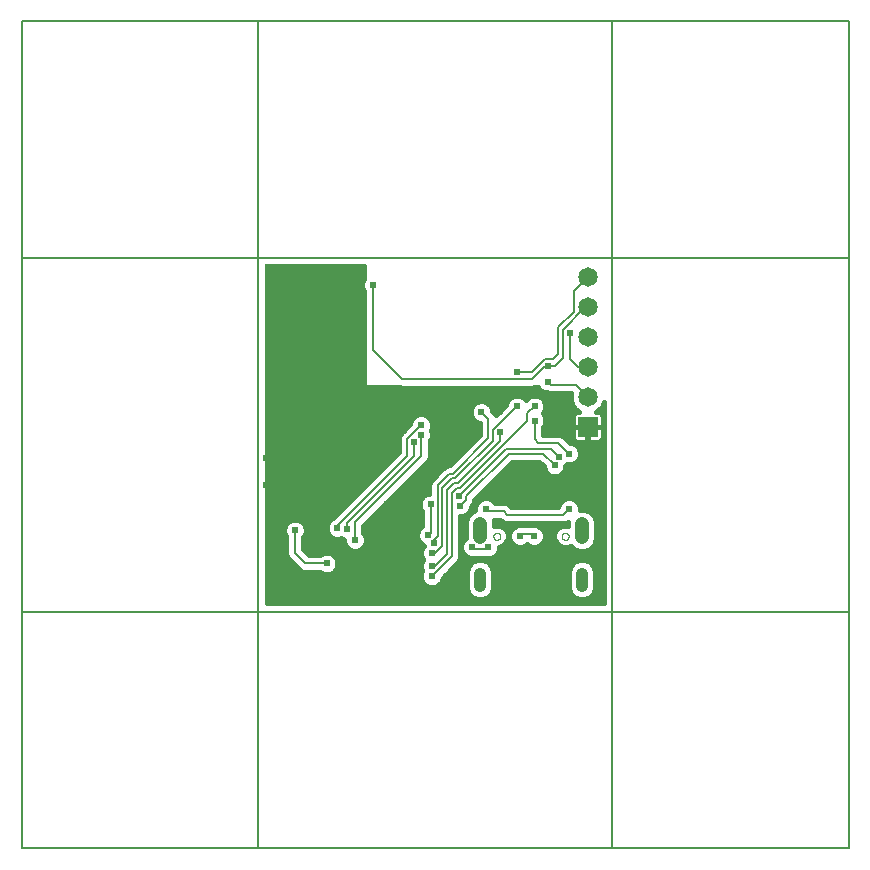
<source format=gbl>
G75*
%MOIN*%
%OFA0B0*%
%FSLAX25Y25*%
%IPPOS*%
%LPD*%
%AMOC8*
5,1,8,0,0,1.08239X$1,22.5*
%
%ADD10C,0.00800*%
%ADD11C,0.00000*%
%ADD12C,0.04528*%
%ADD13C,0.04134*%
%ADD14R,0.06500X0.06500*%
%ADD15C,0.06500*%
%ADD16C,0.01600*%
%ADD17C,0.02381*%
D10*
X0001400Y0001400D02*
X0080140Y0001400D01*
X0080140Y0276991D01*
X0198250Y0276991D01*
X0198250Y0001400D01*
X0080140Y0001400D01*
X0001400Y0001400D02*
X0001400Y0080140D01*
X0276991Y0080140D01*
X0276991Y0001400D01*
X0198250Y0001400D01*
X0276991Y0080140D02*
X0276991Y0198250D01*
X0001400Y0198250D01*
X0001400Y0276991D01*
X0080140Y0276991D01*
X0001400Y0198250D02*
X0001400Y0080140D01*
X0092345Y0099825D02*
X0092345Y0107306D01*
X0092345Y0099825D02*
X0095888Y0096282D01*
X0102975Y0096282D01*
X0112424Y0104156D02*
X0112424Y0110061D01*
X0134471Y0132109D01*
X0134471Y0139195D01*
X0134471Y0142345D02*
X0129746Y0137620D01*
X0129746Y0132109D01*
X0106518Y0108880D01*
X0106518Y0108093D01*
X0109668Y0107699D02*
X0109668Y0109668D01*
X0132109Y0132109D01*
X0132109Y0136833D01*
X0143920Y0126203D02*
X0145101Y0126203D01*
X0156912Y0138014D01*
X0156912Y0144313D01*
X0154550Y0146676D01*
X0158487Y0140770D02*
X0158487Y0137227D01*
X0145888Y0124628D01*
X0144707Y0124628D01*
X0141557Y0121479D01*
X0141557Y0102187D01*
X0139195Y0099825D01*
X0138014Y0099825D01*
X0138802Y0102975D02*
X0138802Y0104156D01*
X0139983Y0105337D01*
X0139983Y0122266D01*
X0143920Y0126203D01*
X0145494Y0123054D02*
X0143132Y0120691D01*
X0143132Y0099431D01*
X0139195Y0095494D01*
X0138014Y0095494D01*
X0138014Y0091951D02*
X0144707Y0098644D01*
X0144707Y0119904D01*
X0146282Y0121479D01*
X0147463Y0121479D01*
X0169904Y0143920D01*
X0169904Y0146282D01*
X0172266Y0148644D01*
X0172266Y0143920D02*
X0172266Y0137620D01*
X0173447Y0136439D01*
X0180140Y0136439D01*
X0183683Y0132896D01*
X0180534Y0131715D02*
X0177778Y0134471D01*
X0162817Y0134471D01*
X0147069Y0118723D01*
X0149431Y0118723D02*
X0163605Y0132896D01*
X0175022Y0132896D01*
X0178959Y0128959D01*
X0183683Y0114392D02*
X0181715Y0112424D01*
X0163211Y0112424D01*
X0162030Y0113605D01*
X0156912Y0113605D01*
X0156124Y0114392D01*
X0149431Y0117542D02*
X0149431Y0118723D01*
X0149431Y0117542D02*
X0147463Y0115573D01*
X0146676Y0123054D02*
X0160849Y0137227D01*
X0160849Y0139983D01*
X0158487Y0140770D02*
X0166361Y0148644D01*
X0171479Y0157699D02*
X0175809Y0162030D01*
X0176597Y0162030D01*
X0178959Y0162030D01*
X0181715Y0164786D01*
X0181715Y0174235D01*
X0189235Y0181754D01*
X0189983Y0181754D01*
X0185258Y0180140D02*
X0185258Y0187030D01*
X0189983Y0191754D01*
X0185258Y0180140D02*
X0180140Y0175022D01*
X0180140Y0165967D01*
X0178565Y0164392D01*
X0175809Y0164392D01*
X0171479Y0160061D01*
X0166361Y0160061D01*
X0171479Y0157699D02*
X0128172Y0157699D01*
X0118329Y0167542D01*
X0118329Y0189195D01*
X0176597Y0156912D02*
X0177778Y0155731D01*
X0186046Y0155731D01*
X0189983Y0151794D01*
X0189983Y0151754D01*
X0189983Y0161754D02*
X0186715Y0161754D01*
X0184077Y0164392D01*
X0184077Y0173054D01*
X0146676Y0123054D02*
X0145494Y0123054D01*
X0137620Y0115967D02*
X0137620Y0106518D01*
X0136833Y0105731D01*
X0151400Y0101794D02*
X0152187Y0101006D01*
X0156124Y0101006D01*
X0156912Y0101794D01*
X0167345Y0105337D02*
X0168132Y0106124D01*
X0171282Y0106124D01*
X0172069Y0105337D01*
X0276991Y0198250D02*
X0276991Y0276991D01*
X0198250Y0276991D01*
D11*
X0181282Y0105337D02*
X0181284Y0105406D01*
X0181290Y0105474D01*
X0181300Y0105542D01*
X0181314Y0105609D01*
X0181332Y0105676D01*
X0181353Y0105741D01*
X0181379Y0105805D01*
X0181408Y0105867D01*
X0181440Y0105927D01*
X0181476Y0105986D01*
X0181516Y0106042D01*
X0181558Y0106096D01*
X0181604Y0106147D01*
X0181653Y0106196D01*
X0181704Y0106242D01*
X0181758Y0106284D01*
X0181814Y0106324D01*
X0181872Y0106360D01*
X0181933Y0106392D01*
X0181995Y0106421D01*
X0182059Y0106447D01*
X0182124Y0106468D01*
X0182191Y0106486D01*
X0182258Y0106500D01*
X0182326Y0106510D01*
X0182394Y0106516D01*
X0182463Y0106518D01*
X0182532Y0106516D01*
X0182600Y0106510D01*
X0182668Y0106500D01*
X0182735Y0106486D01*
X0182802Y0106468D01*
X0182867Y0106447D01*
X0182931Y0106421D01*
X0182993Y0106392D01*
X0183053Y0106360D01*
X0183112Y0106324D01*
X0183168Y0106284D01*
X0183222Y0106242D01*
X0183273Y0106196D01*
X0183322Y0106147D01*
X0183368Y0106096D01*
X0183410Y0106042D01*
X0183450Y0105986D01*
X0183486Y0105927D01*
X0183518Y0105867D01*
X0183547Y0105805D01*
X0183573Y0105741D01*
X0183594Y0105676D01*
X0183612Y0105609D01*
X0183626Y0105542D01*
X0183636Y0105474D01*
X0183642Y0105406D01*
X0183644Y0105337D01*
X0183642Y0105268D01*
X0183636Y0105200D01*
X0183626Y0105132D01*
X0183612Y0105065D01*
X0183594Y0104998D01*
X0183573Y0104933D01*
X0183547Y0104869D01*
X0183518Y0104807D01*
X0183486Y0104746D01*
X0183450Y0104688D01*
X0183410Y0104632D01*
X0183368Y0104578D01*
X0183322Y0104527D01*
X0183273Y0104478D01*
X0183222Y0104432D01*
X0183168Y0104390D01*
X0183112Y0104350D01*
X0183054Y0104314D01*
X0182993Y0104282D01*
X0182931Y0104253D01*
X0182867Y0104227D01*
X0182802Y0104206D01*
X0182735Y0104188D01*
X0182668Y0104174D01*
X0182600Y0104164D01*
X0182532Y0104158D01*
X0182463Y0104156D01*
X0182394Y0104158D01*
X0182326Y0104164D01*
X0182258Y0104174D01*
X0182191Y0104188D01*
X0182124Y0104206D01*
X0182059Y0104227D01*
X0181995Y0104253D01*
X0181933Y0104282D01*
X0181872Y0104314D01*
X0181814Y0104350D01*
X0181758Y0104390D01*
X0181704Y0104432D01*
X0181653Y0104478D01*
X0181604Y0104527D01*
X0181558Y0104578D01*
X0181516Y0104632D01*
X0181476Y0104688D01*
X0181440Y0104746D01*
X0181408Y0104807D01*
X0181379Y0104869D01*
X0181353Y0104933D01*
X0181332Y0104998D01*
X0181314Y0105065D01*
X0181300Y0105132D01*
X0181290Y0105200D01*
X0181284Y0105268D01*
X0181282Y0105337D01*
X0158526Y0105337D02*
X0158528Y0105406D01*
X0158534Y0105474D01*
X0158544Y0105542D01*
X0158558Y0105609D01*
X0158576Y0105676D01*
X0158597Y0105741D01*
X0158623Y0105805D01*
X0158652Y0105867D01*
X0158684Y0105927D01*
X0158720Y0105986D01*
X0158760Y0106042D01*
X0158802Y0106096D01*
X0158848Y0106147D01*
X0158897Y0106196D01*
X0158948Y0106242D01*
X0159002Y0106284D01*
X0159058Y0106324D01*
X0159116Y0106360D01*
X0159177Y0106392D01*
X0159239Y0106421D01*
X0159303Y0106447D01*
X0159368Y0106468D01*
X0159435Y0106486D01*
X0159502Y0106500D01*
X0159570Y0106510D01*
X0159638Y0106516D01*
X0159707Y0106518D01*
X0159776Y0106516D01*
X0159844Y0106510D01*
X0159912Y0106500D01*
X0159979Y0106486D01*
X0160046Y0106468D01*
X0160111Y0106447D01*
X0160175Y0106421D01*
X0160237Y0106392D01*
X0160297Y0106360D01*
X0160356Y0106324D01*
X0160412Y0106284D01*
X0160466Y0106242D01*
X0160517Y0106196D01*
X0160566Y0106147D01*
X0160612Y0106096D01*
X0160654Y0106042D01*
X0160694Y0105986D01*
X0160730Y0105927D01*
X0160762Y0105867D01*
X0160791Y0105805D01*
X0160817Y0105741D01*
X0160838Y0105676D01*
X0160856Y0105609D01*
X0160870Y0105542D01*
X0160880Y0105474D01*
X0160886Y0105406D01*
X0160888Y0105337D01*
X0160886Y0105268D01*
X0160880Y0105200D01*
X0160870Y0105132D01*
X0160856Y0105065D01*
X0160838Y0104998D01*
X0160817Y0104933D01*
X0160791Y0104869D01*
X0160762Y0104807D01*
X0160730Y0104746D01*
X0160694Y0104688D01*
X0160654Y0104632D01*
X0160612Y0104578D01*
X0160566Y0104527D01*
X0160517Y0104478D01*
X0160466Y0104432D01*
X0160412Y0104390D01*
X0160356Y0104350D01*
X0160298Y0104314D01*
X0160237Y0104282D01*
X0160175Y0104253D01*
X0160111Y0104227D01*
X0160046Y0104206D01*
X0159979Y0104188D01*
X0159912Y0104174D01*
X0159844Y0104164D01*
X0159776Y0104158D01*
X0159707Y0104156D01*
X0159638Y0104158D01*
X0159570Y0104164D01*
X0159502Y0104174D01*
X0159435Y0104188D01*
X0159368Y0104206D01*
X0159303Y0104227D01*
X0159239Y0104253D01*
X0159177Y0104282D01*
X0159116Y0104314D01*
X0159058Y0104350D01*
X0159002Y0104390D01*
X0158948Y0104432D01*
X0158897Y0104478D01*
X0158848Y0104527D01*
X0158802Y0104578D01*
X0158760Y0104632D01*
X0158720Y0104688D01*
X0158684Y0104746D01*
X0158652Y0104807D01*
X0158623Y0104869D01*
X0158597Y0104933D01*
X0158576Y0104998D01*
X0158558Y0105065D01*
X0158544Y0105132D01*
X0158534Y0105200D01*
X0158528Y0105268D01*
X0158526Y0105337D01*
D12*
X0154077Y0105042D02*
X0154077Y0109569D01*
X0188093Y0109569D02*
X0188093Y0105042D01*
D13*
X0188093Y0092916D02*
X0188093Y0088782D01*
X0154077Y0088782D02*
X0154077Y0092916D01*
D14*
X0189983Y0141754D03*
D15*
X0189983Y0151754D03*
X0189983Y0161754D03*
X0189983Y0171754D03*
X0189983Y0181754D03*
X0189983Y0191754D03*
D16*
X0173526Y0154943D02*
X0172142Y0154943D01*
X0172036Y0154899D01*
X0127615Y0154899D01*
X0127508Y0154943D01*
X0115573Y0154943D01*
X0115573Y0166878D01*
X0115529Y0166985D01*
X0115529Y0186917D01*
X0115285Y0187161D01*
X0114739Y0188481D01*
X0114739Y0189909D01*
X0115285Y0191229D01*
X0115573Y0191517D01*
X0115573Y0195450D01*
X0082940Y0195450D01*
X0082940Y0082940D01*
X0195450Y0082940D01*
X0195450Y0150190D01*
X0194773Y0148554D01*
X0193183Y0146964D01*
X0192796Y0146804D01*
X0193470Y0146804D01*
X0193927Y0146682D01*
X0194338Y0146445D01*
X0194673Y0146110D01*
X0194910Y0145699D01*
X0195033Y0145241D01*
X0195033Y0141829D01*
X0190058Y0141829D01*
X0190058Y0141679D01*
X0195033Y0141679D01*
X0195033Y0138267D01*
X0194910Y0137810D01*
X0194673Y0137399D01*
X0194338Y0137064D01*
X0193927Y0136827D01*
X0193470Y0136704D01*
X0190058Y0136704D01*
X0190058Y0141679D01*
X0189908Y0141679D01*
X0189908Y0136704D01*
X0186496Y0136704D01*
X0186038Y0136827D01*
X0185627Y0137064D01*
X0185292Y0137399D01*
X0185055Y0137810D01*
X0184933Y0138267D01*
X0184933Y0141679D01*
X0189908Y0141679D01*
X0189908Y0141829D01*
X0184933Y0141829D01*
X0184933Y0145241D01*
X0185055Y0145699D01*
X0185292Y0146110D01*
X0185627Y0146445D01*
X0186038Y0146682D01*
X0186496Y0146804D01*
X0187169Y0146804D01*
X0186782Y0146964D01*
X0185193Y0148554D01*
X0184333Y0150630D01*
X0184333Y0152878D01*
X0184354Y0152931D01*
X0177221Y0152931D01*
X0176278Y0153321D01*
X0175883Y0153321D01*
X0174563Y0153868D01*
X0173553Y0154878D01*
X0173526Y0154943D01*
X0173574Y0154857D02*
X0082940Y0154857D01*
X0082940Y0153259D02*
X0176429Y0153259D01*
X0174328Y0151660D02*
X0184333Y0151660D01*
X0184568Y0150062D02*
X0175565Y0150062D01*
X0175310Y0150678D02*
X0175857Y0149358D01*
X0175857Y0147930D01*
X0175310Y0146610D01*
X0174982Y0146282D01*
X0175310Y0145954D01*
X0175857Y0144634D01*
X0175857Y0143205D01*
X0175310Y0141886D01*
X0175066Y0141642D01*
X0175066Y0139239D01*
X0180697Y0139239D01*
X0181726Y0138813D01*
X0184053Y0136487D01*
X0184398Y0136487D01*
X0185717Y0135940D01*
X0186727Y0134930D01*
X0187274Y0133610D01*
X0187274Y0132182D01*
X0186727Y0130862D01*
X0185717Y0129852D01*
X0184398Y0129306D01*
X0183202Y0129306D01*
X0182568Y0128671D01*
X0182550Y0128664D01*
X0182550Y0128245D01*
X0182003Y0126925D01*
X0180993Y0125915D01*
X0179673Y0125369D01*
X0178245Y0125369D01*
X0176925Y0125915D01*
X0175915Y0126925D01*
X0175369Y0128245D01*
X0175369Y0128590D01*
X0173862Y0130096D01*
X0164765Y0130096D01*
X0152231Y0117563D01*
X0152231Y0116985D01*
X0151805Y0115956D01*
X0151054Y0115204D01*
X0151054Y0114859D01*
X0150507Y0113539D01*
X0149497Y0112529D01*
X0148177Y0111983D01*
X0147507Y0111983D01*
X0147507Y0098087D01*
X0147081Y0097058D01*
X0146293Y0096270D01*
X0141605Y0091582D01*
X0141605Y0091237D01*
X0141058Y0089917D01*
X0140048Y0088907D01*
X0138728Y0088361D01*
X0137300Y0088361D01*
X0135980Y0088907D01*
X0134970Y0089917D01*
X0134424Y0091237D01*
X0134424Y0092665D01*
X0134862Y0093723D01*
X0134424Y0094780D01*
X0134424Y0096209D01*
X0134970Y0097528D01*
X0135102Y0097660D01*
X0134970Y0097791D01*
X0134424Y0099111D01*
X0134424Y0100539D01*
X0134970Y0101859D01*
X0135258Y0102147D01*
X0135211Y0102261D01*
X0135211Y0102516D01*
X0134799Y0102687D01*
X0133789Y0103697D01*
X0133243Y0105016D01*
X0133243Y0106445D01*
X0133789Y0107765D01*
X0134799Y0108775D01*
X0134820Y0108783D01*
X0134820Y0113689D01*
X0134577Y0113933D01*
X0134030Y0115253D01*
X0134030Y0116681D01*
X0134577Y0118001D01*
X0135587Y0119011D01*
X0136906Y0119557D01*
X0137183Y0119557D01*
X0137183Y0122823D01*
X0137609Y0123852D01*
X0141546Y0127789D01*
X0142334Y0128577D01*
X0143363Y0129003D01*
X0143941Y0129003D01*
X0154112Y0139174D01*
X0154112Y0143085D01*
X0153835Y0143085D01*
X0152516Y0143632D01*
X0151506Y0144642D01*
X0150959Y0145961D01*
X0150959Y0147390D01*
X0151506Y0148709D01*
X0152516Y0149720D01*
X0153835Y0150266D01*
X0155264Y0150266D01*
X0156583Y0149720D01*
X0157594Y0148709D01*
X0158140Y0147390D01*
X0158140Y0147045D01*
X0159286Y0145899D01*
X0159394Y0145637D01*
X0162770Y0149013D01*
X0162770Y0149358D01*
X0163317Y0150678D01*
X0164327Y0151688D01*
X0165646Y0152235D01*
X0167075Y0152235D01*
X0168395Y0151688D01*
X0169313Y0150769D01*
X0170232Y0151688D01*
X0171552Y0152235D01*
X0172980Y0152235D01*
X0174300Y0151688D01*
X0175310Y0150678D01*
X0175857Y0148463D02*
X0185284Y0148463D01*
X0187024Y0146865D02*
X0175415Y0146865D01*
X0175595Y0145266D02*
X0184939Y0145266D01*
X0184933Y0143668D02*
X0175857Y0143668D01*
X0175386Y0142069D02*
X0184933Y0142069D01*
X0184933Y0140470D02*
X0175066Y0140470D01*
X0181584Y0138872D02*
X0184933Y0138872D01*
X0185418Y0137273D02*
X0183266Y0137273D01*
X0185982Y0135675D02*
X0195450Y0135675D01*
X0195450Y0137273D02*
X0194547Y0137273D01*
X0195033Y0138872D02*
X0195450Y0138872D01*
X0195450Y0140470D02*
X0195033Y0140470D01*
X0195033Y0142069D02*
X0195450Y0142069D01*
X0195450Y0143668D02*
X0195033Y0143668D01*
X0195026Y0145266D02*
X0195450Y0145266D01*
X0195450Y0146865D02*
X0192942Y0146865D01*
X0194682Y0148463D02*
X0195450Y0148463D01*
X0195397Y0150062D02*
X0195450Y0150062D01*
X0190058Y0140470D02*
X0189908Y0140470D01*
X0189908Y0138872D02*
X0190058Y0138872D01*
X0190058Y0137273D02*
X0189908Y0137273D01*
X0187081Y0134076D02*
X0195450Y0134076D01*
X0195450Y0132478D02*
X0187274Y0132478D01*
X0186735Y0130879D02*
X0195450Y0130879D01*
X0195450Y0129281D02*
X0183178Y0129281D01*
X0182317Y0127682D02*
X0195450Y0127682D01*
X0195450Y0126084D02*
X0181162Y0126084D01*
X0176756Y0126084D02*
X0160752Y0126084D01*
X0159154Y0124485D02*
X0195450Y0124485D01*
X0195450Y0122887D02*
X0157555Y0122887D01*
X0155957Y0121288D02*
X0195450Y0121288D01*
X0195450Y0119690D02*
X0154358Y0119690D01*
X0155410Y0117983D02*
X0154091Y0117436D01*
X0153080Y0116426D01*
X0152534Y0115106D01*
X0152534Y0113978D01*
X0151435Y0113523D01*
X0150123Y0112211D01*
X0149413Y0110497D01*
X0149413Y0104857D01*
X0149366Y0104838D01*
X0148356Y0103828D01*
X0147809Y0102508D01*
X0147809Y0101079D01*
X0148356Y0099760D01*
X0149366Y0098750D01*
X0150686Y0098203D01*
X0152114Y0098203D01*
X0152122Y0098206D01*
X0156190Y0098206D01*
X0156198Y0098203D01*
X0157626Y0098203D01*
X0158946Y0098750D01*
X0159956Y0099760D01*
X0160502Y0101079D01*
X0160502Y0101790D01*
X0161736Y0102301D01*
X0162743Y0103308D01*
X0163288Y0104625D01*
X0163288Y0106049D01*
X0162743Y0107366D01*
X0161736Y0108373D01*
X0160419Y0108918D01*
X0158995Y0108918D01*
X0158741Y0108813D01*
X0158741Y0110497D01*
X0158613Y0110805D01*
X0160870Y0110805D01*
X0161625Y0110050D01*
X0162654Y0109624D01*
X0182272Y0109624D01*
X0183301Y0110050D01*
X0183429Y0110178D01*
X0183429Y0108813D01*
X0183175Y0108918D01*
X0181751Y0108918D01*
X0180434Y0108373D01*
X0179427Y0107366D01*
X0178882Y0106049D01*
X0178882Y0104625D01*
X0179427Y0103308D01*
X0180434Y0102301D01*
X0181751Y0101756D01*
X0183175Y0101756D01*
X0184312Y0102227D01*
X0185451Y0101088D01*
X0187165Y0100378D01*
X0189021Y0100378D01*
X0190735Y0101088D01*
X0192047Y0102400D01*
X0192757Y0104114D01*
X0192757Y0110497D01*
X0192047Y0112211D01*
X0190735Y0113523D01*
X0189021Y0114233D01*
X0187274Y0114233D01*
X0187274Y0115106D01*
X0186727Y0116426D01*
X0185717Y0117436D01*
X0184398Y0117983D01*
X0182969Y0117983D01*
X0181650Y0117436D01*
X0180640Y0116426D01*
X0180141Y0115224D01*
X0164371Y0115224D01*
X0163616Y0115978D01*
X0162587Y0116405D01*
X0159177Y0116405D01*
X0159168Y0116426D01*
X0158158Y0117436D01*
X0156839Y0117983D01*
X0155410Y0117983D01*
X0152760Y0118091D02*
X0195450Y0118091D01*
X0195450Y0116493D02*
X0186661Y0116493D01*
X0187274Y0114894D02*
X0195450Y0114894D01*
X0195450Y0113296D02*
X0190962Y0113296D01*
X0192259Y0111697D02*
X0195450Y0111697D01*
X0195450Y0110099D02*
X0192757Y0110099D01*
X0192757Y0108500D02*
X0195450Y0108500D01*
X0195450Y0106902D02*
X0192757Y0106902D01*
X0192757Y0105303D02*
X0195450Y0105303D01*
X0195450Y0103705D02*
X0192587Y0103705D01*
X0191753Y0102106D02*
X0195450Y0102106D01*
X0195450Y0100508D02*
X0189334Y0100508D01*
X0186852Y0100508D02*
X0160266Y0100508D01*
X0161265Y0102106D02*
X0165762Y0102106D01*
X0165311Y0102293D02*
X0166631Y0101746D01*
X0168059Y0101746D01*
X0169379Y0102293D01*
X0169707Y0102621D01*
X0170035Y0102293D01*
X0171355Y0101746D01*
X0172783Y0101746D01*
X0174103Y0102293D01*
X0175113Y0103303D01*
X0175660Y0104623D01*
X0175660Y0106051D01*
X0175113Y0107371D01*
X0174103Y0108381D01*
X0172783Y0108928D01*
X0171355Y0108928D01*
X0171347Y0108924D01*
X0168067Y0108924D01*
X0168059Y0108928D01*
X0166631Y0108928D01*
X0165311Y0108381D01*
X0164301Y0107371D01*
X0163754Y0106051D01*
X0163754Y0104623D01*
X0164301Y0103303D01*
X0165311Y0102293D01*
X0164135Y0103705D02*
X0162907Y0103705D01*
X0163288Y0105303D02*
X0163754Y0105303D01*
X0164107Y0106902D02*
X0162935Y0106902D01*
X0161428Y0108500D02*
X0165599Y0108500D01*
X0161576Y0110099D02*
X0158741Y0110099D01*
X0159102Y0116493D02*
X0180706Y0116493D01*
X0183350Y0110099D02*
X0183429Y0110099D01*
X0180742Y0108500D02*
X0173815Y0108500D01*
X0175308Y0106902D02*
X0179235Y0106902D01*
X0178882Y0105303D02*
X0175660Y0105303D01*
X0175280Y0103705D02*
X0179263Y0103705D01*
X0180905Y0102106D02*
X0173652Y0102106D01*
X0170487Y0102106D02*
X0168928Y0102106D01*
X0159105Y0098909D02*
X0195450Y0098909D01*
X0195450Y0097311D02*
X0189155Y0097311D01*
X0188981Y0097383D02*
X0187204Y0097383D01*
X0185563Y0096703D01*
X0184306Y0095446D01*
X0183626Y0093804D01*
X0183626Y0087893D01*
X0184306Y0086252D01*
X0185563Y0084995D01*
X0187204Y0084315D01*
X0188981Y0084315D01*
X0190623Y0084995D01*
X0191880Y0086252D01*
X0192560Y0087893D01*
X0192560Y0093804D01*
X0191880Y0095446D01*
X0190623Y0096703D01*
X0188981Y0097383D01*
X0187031Y0097311D02*
X0155139Y0097311D01*
X0154966Y0097383D02*
X0153189Y0097383D01*
X0151547Y0096703D01*
X0150290Y0095446D01*
X0149610Y0093804D01*
X0149610Y0087893D01*
X0150290Y0086252D01*
X0151547Y0084995D01*
X0153189Y0084315D01*
X0154966Y0084315D01*
X0156607Y0084995D01*
X0157864Y0086252D01*
X0158544Y0087893D01*
X0158544Y0093804D01*
X0157864Y0095446D01*
X0156607Y0096703D01*
X0154966Y0097383D01*
X0153015Y0097311D02*
X0147185Y0097311D01*
X0147507Y0098909D02*
X0149207Y0098909D01*
X0148046Y0100508D02*
X0147507Y0100508D01*
X0147507Y0102106D02*
X0147809Y0102106D01*
X0147507Y0103705D02*
X0148305Y0103705D01*
X0147507Y0105303D02*
X0149413Y0105303D01*
X0149413Y0106902D02*
X0147507Y0106902D01*
X0147507Y0108500D02*
X0149413Y0108500D01*
X0149413Y0110099D02*
X0147507Y0110099D01*
X0147507Y0111697D02*
X0149911Y0111697D01*
X0150263Y0113296D02*
X0151208Y0113296D01*
X0151054Y0114894D02*
X0152534Y0114894D01*
X0152028Y0116493D02*
X0153147Y0116493D01*
X0162351Y0127682D02*
X0175601Y0127682D01*
X0174677Y0129281D02*
X0163949Y0129281D01*
X0153810Y0138872D02*
X0138061Y0138872D01*
X0138061Y0138481D02*
X0138061Y0139909D01*
X0137705Y0140770D01*
X0138061Y0141631D01*
X0138061Y0143059D01*
X0137515Y0144379D01*
X0136505Y0145389D01*
X0135185Y0145935D01*
X0133757Y0145935D01*
X0132437Y0145389D01*
X0131427Y0144379D01*
X0130880Y0143059D01*
X0130880Y0142714D01*
X0128160Y0139994D01*
X0127373Y0139207D01*
X0126946Y0138177D01*
X0126946Y0133268D01*
X0105049Y0111371D01*
X0104484Y0111137D01*
X0103474Y0110127D01*
X0102928Y0108807D01*
X0102928Y0107379D01*
X0103474Y0106059D01*
X0104484Y0105049D01*
X0105804Y0104502D01*
X0107232Y0104502D01*
X0107624Y0104665D01*
X0107634Y0104655D01*
X0108833Y0104159D01*
X0108833Y0103442D01*
X0109380Y0102122D01*
X0110390Y0101112D01*
X0111709Y0100565D01*
X0113138Y0100565D01*
X0114458Y0101112D01*
X0115468Y0102122D01*
X0116014Y0103442D01*
X0116014Y0104870D01*
X0115468Y0106190D01*
X0115224Y0106434D01*
X0115224Y0108902D01*
X0136057Y0129735D01*
X0136845Y0130523D01*
X0137271Y0131552D01*
X0137271Y0136917D01*
X0137515Y0137161D01*
X0138061Y0138481D01*
X0137561Y0137273D02*
X0152211Y0137273D01*
X0150613Y0135675D02*
X0137271Y0135675D01*
X0137271Y0134076D02*
X0149014Y0134076D01*
X0147416Y0132478D02*
X0137271Y0132478D01*
X0136992Y0130879D02*
X0145817Y0130879D01*
X0144219Y0129281D02*
X0135603Y0129281D01*
X0134004Y0127682D02*
X0141439Y0127682D01*
X0139841Y0126084D02*
X0132406Y0126084D01*
X0130807Y0124485D02*
X0138242Y0124485D01*
X0137209Y0122887D02*
X0129209Y0122887D01*
X0127610Y0121288D02*
X0137183Y0121288D01*
X0137183Y0119690D02*
X0126012Y0119690D01*
X0124413Y0118091D02*
X0134667Y0118091D01*
X0134030Y0116493D02*
X0122815Y0116493D01*
X0121216Y0114894D02*
X0134178Y0114894D01*
X0134820Y0113296D02*
X0119618Y0113296D01*
X0118019Y0111697D02*
X0134820Y0111697D01*
X0134820Y0110099D02*
X0116421Y0110099D01*
X0115224Y0108500D02*
X0134525Y0108500D01*
X0133432Y0106902D02*
X0115224Y0106902D01*
X0115835Y0105303D02*
X0133243Y0105303D01*
X0133786Y0103705D02*
X0116014Y0103705D01*
X0115452Y0102106D02*
X0135217Y0102106D01*
X0134424Y0100508D02*
X0095622Y0100508D01*
X0095145Y0100985D02*
X0095145Y0105028D01*
X0095389Y0105272D01*
X0095935Y0106591D01*
X0095935Y0108020D01*
X0095389Y0109339D01*
X0094379Y0110349D01*
X0093059Y0110896D01*
X0091631Y0110896D01*
X0090311Y0110349D01*
X0089301Y0109339D01*
X0088754Y0108020D01*
X0088754Y0106591D01*
X0089301Y0105272D01*
X0089545Y0105028D01*
X0089545Y0099268D01*
X0089971Y0098239D01*
X0090759Y0097451D01*
X0094302Y0093908D01*
X0095331Y0093482D01*
X0100697Y0093482D01*
X0100941Y0093238D01*
X0102261Y0092691D01*
X0103689Y0092691D01*
X0105009Y0093238D01*
X0106019Y0094248D01*
X0106565Y0095568D01*
X0106565Y0096996D01*
X0106019Y0098316D01*
X0105009Y0099326D01*
X0103689Y0099872D01*
X0102261Y0099872D01*
X0100941Y0099326D01*
X0100697Y0099082D01*
X0097048Y0099082D01*
X0095145Y0100985D01*
X0095145Y0102106D02*
X0109395Y0102106D01*
X0108833Y0103705D02*
X0095145Y0103705D01*
X0095402Y0105303D02*
X0104230Y0105303D01*
X0103125Y0106902D02*
X0095935Y0106902D01*
X0095736Y0108500D02*
X0102928Y0108500D01*
X0103463Y0110099D02*
X0094629Y0110099D01*
X0090060Y0110099D02*
X0082940Y0110099D01*
X0082940Y0111697D02*
X0105375Y0111697D01*
X0106974Y0113296D02*
X0082940Y0113296D01*
X0082940Y0114894D02*
X0108572Y0114894D01*
X0110171Y0116493D02*
X0082940Y0116493D01*
X0082940Y0118091D02*
X0111769Y0118091D01*
X0113368Y0119690D02*
X0082940Y0119690D01*
X0082940Y0121288D02*
X0114966Y0121288D01*
X0116565Y0122887D02*
X0082940Y0122887D01*
X0082940Y0124485D02*
X0118163Y0124485D01*
X0119762Y0126084D02*
X0082940Y0126084D01*
X0082940Y0127682D02*
X0121360Y0127682D01*
X0122959Y0129281D02*
X0082940Y0129281D01*
X0082940Y0130879D02*
X0124557Y0130879D01*
X0126156Y0132478D02*
X0082940Y0132478D01*
X0082940Y0134076D02*
X0126946Y0134076D01*
X0126946Y0135675D02*
X0082940Y0135675D01*
X0082940Y0137273D02*
X0126946Y0137273D01*
X0127234Y0138872D02*
X0082940Y0138872D01*
X0082940Y0140470D02*
X0128637Y0140470D01*
X0130235Y0142069D02*
X0082940Y0142069D01*
X0082940Y0143668D02*
X0131132Y0143668D01*
X0132314Y0145266D02*
X0082940Y0145266D01*
X0082940Y0146865D02*
X0150959Y0146865D01*
X0151247Y0145266D02*
X0136628Y0145266D01*
X0137809Y0143668D02*
X0152480Y0143668D01*
X0154112Y0142069D02*
X0138061Y0142069D01*
X0137829Y0140470D02*
X0154112Y0140470D01*
X0158320Y0146865D02*
X0160621Y0146865D01*
X0162220Y0148463D02*
X0157696Y0148463D01*
X0155758Y0150062D02*
X0163061Y0150062D01*
X0164299Y0151660D02*
X0082940Y0151660D01*
X0082940Y0150062D02*
X0153342Y0150062D01*
X0151404Y0148463D02*
X0082940Y0148463D01*
X0082940Y0156456D02*
X0115573Y0156456D01*
X0115573Y0158054D02*
X0082940Y0158054D01*
X0082940Y0159653D02*
X0115573Y0159653D01*
X0115573Y0161251D02*
X0082940Y0161251D01*
X0082940Y0162850D02*
X0115573Y0162850D01*
X0115573Y0164448D02*
X0082940Y0164448D01*
X0082940Y0166047D02*
X0115573Y0166047D01*
X0115529Y0167645D02*
X0082940Y0167645D01*
X0082940Y0169244D02*
X0115529Y0169244D01*
X0115529Y0170842D02*
X0082940Y0170842D01*
X0082940Y0172441D02*
X0115529Y0172441D01*
X0115529Y0174039D02*
X0082940Y0174039D01*
X0082940Y0175638D02*
X0115529Y0175638D01*
X0115529Y0177236D02*
X0082940Y0177236D01*
X0082940Y0178835D02*
X0115529Y0178835D01*
X0115529Y0180433D02*
X0082940Y0180433D01*
X0082940Y0182032D02*
X0115529Y0182032D01*
X0115529Y0183630D02*
X0082940Y0183630D01*
X0082940Y0185229D02*
X0115529Y0185229D01*
X0115529Y0186827D02*
X0082940Y0186827D01*
X0082940Y0188426D02*
X0114761Y0188426D01*
X0114786Y0190024D02*
X0082940Y0190024D01*
X0082940Y0191623D02*
X0115573Y0191623D01*
X0115573Y0193221D02*
X0082940Y0193221D01*
X0082940Y0194820D02*
X0115573Y0194820D01*
X0168422Y0151660D02*
X0170204Y0151660D01*
X0184021Y0102106D02*
X0184433Y0102106D01*
X0184572Y0095712D02*
X0157598Y0095712D01*
X0158416Y0094114D02*
X0183754Y0094114D01*
X0183626Y0092515D02*
X0158544Y0092515D01*
X0158544Y0090917D02*
X0183626Y0090917D01*
X0183626Y0089318D02*
X0158544Y0089318D01*
X0158472Y0087720D02*
X0183698Y0087720D01*
X0184437Y0086121D02*
X0157734Y0086121D01*
X0155467Y0084523D02*
X0186703Y0084523D01*
X0189483Y0084523D02*
X0195450Y0084523D01*
X0195450Y0086121D02*
X0191749Y0086121D01*
X0192488Y0087720D02*
X0195450Y0087720D01*
X0195450Y0089318D02*
X0192560Y0089318D01*
X0192560Y0090917D02*
X0195450Y0090917D01*
X0195450Y0092515D02*
X0192560Y0092515D01*
X0192432Y0094114D02*
X0195450Y0094114D01*
X0195450Y0095712D02*
X0191614Y0095712D01*
X0152687Y0084523D02*
X0082940Y0084523D01*
X0082940Y0086121D02*
X0150421Y0086121D01*
X0149682Y0087720D02*
X0082940Y0087720D01*
X0082940Y0089318D02*
X0135569Y0089318D01*
X0134556Y0090917D02*
X0082940Y0090917D01*
X0082940Y0092515D02*
X0134424Y0092515D01*
X0134700Y0094114D02*
X0105884Y0094114D01*
X0106565Y0095712D02*
X0134424Y0095712D01*
X0134880Y0097311D02*
X0106435Y0097311D01*
X0105425Y0098909D02*
X0134507Y0098909D01*
X0142538Y0092515D02*
X0149610Y0092515D01*
X0149610Y0090917D02*
X0141472Y0090917D01*
X0140459Y0089318D02*
X0149610Y0089318D01*
X0149738Y0094114D02*
X0144136Y0094114D01*
X0145735Y0095712D02*
X0150556Y0095712D01*
X0094097Y0094114D02*
X0082940Y0094114D01*
X0082940Y0095712D02*
X0092498Y0095712D01*
X0090900Y0097311D02*
X0082940Y0097311D01*
X0082940Y0098909D02*
X0089694Y0098909D01*
X0089545Y0100508D02*
X0082940Y0100508D01*
X0082940Y0102106D02*
X0089545Y0102106D01*
X0089545Y0103705D02*
X0082940Y0103705D01*
X0082940Y0105303D02*
X0089288Y0105303D01*
X0088754Y0106902D02*
X0082940Y0106902D01*
X0082940Y0108500D02*
X0088953Y0108500D01*
D17*
X0092345Y0107306D03*
X0097857Y0107306D03*
X0106518Y0108093D03*
X0109668Y0107699D03*
X0112424Y0104156D03*
X0102975Y0096282D03*
X0107306Y0088408D03*
X0096676Y0088408D03*
X0086439Y0088408D03*
X0083290Y0095494D03*
X0102975Y0114786D03*
X0088802Y0122266D03*
X0082896Y0122266D03*
X0082896Y0131321D03*
X0088802Y0131321D03*
X0085258Y0137620D03*
X0095494Y0131321D03*
X0101794Y0131321D03*
X0108880Y0131321D03*
X0114392Y0133290D03*
X0117935Y0137620D03*
X0121085Y0133290D03*
X0132109Y0136833D03*
X0134471Y0139195D03*
X0134471Y0142345D03*
X0137227Y0154550D03*
X0154550Y0146676D03*
X0160849Y0139983D03*
X0166361Y0148644D03*
X0172266Y0148644D03*
X0172266Y0143920D03*
X0180534Y0131715D03*
X0178959Y0128959D03*
X0183683Y0132896D03*
X0180928Y0124235D03*
X0179353Y0118723D03*
X0183683Y0114392D03*
X0188014Y0114392D03*
X0195101Y0111636D03*
X0195101Y0101006D03*
X0195101Y0089589D03*
X0190770Y0084471D03*
X0182896Y0084471D03*
X0175022Y0084471D03*
X0167148Y0084471D03*
X0159274Y0084471D03*
X0163211Y0094707D03*
X0156912Y0101794D03*
X0151400Y0101794D03*
X0149431Y0111636D03*
X0147463Y0115573D03*
X0147069Y0118723D03*
X0137620Y0115967D03*
X0132896Y0122266D03*
X0129746Y0111636D03*
X0123054Y0115967D03*
X0136833Y0105731D03*
X0138802Y0102975D03*
X0138014Y0099825D03*
X0138014Y0095494D03*
X0138014Y0091951D03*
X0156124Y0114392D03*
X0166754Y0115573D03*
X0167345Y0105337D03*
X0172069Y0105337D03*
X0171085Y0094707D03*
X0178959Y0094707D03*
X0195101Y0123447D03*
X0195101Y0135258D03*
X0195101Y0147069D03*
X0176597Y0156912D03*
X0176597Y0162030D03*
X0166361Y0160061D03*
X0184077Y0173054D03*
X0146282Y0132896D03*
X0114392Y0175022D03*
X0114392Y0186439D03*
X0118329Y0189195D03*
X0101794Y0175022D03*
X0088802Y0175022D03*
X0088802Y0186439D03*
X0083290Y0195101D03*
M02*

</source>
